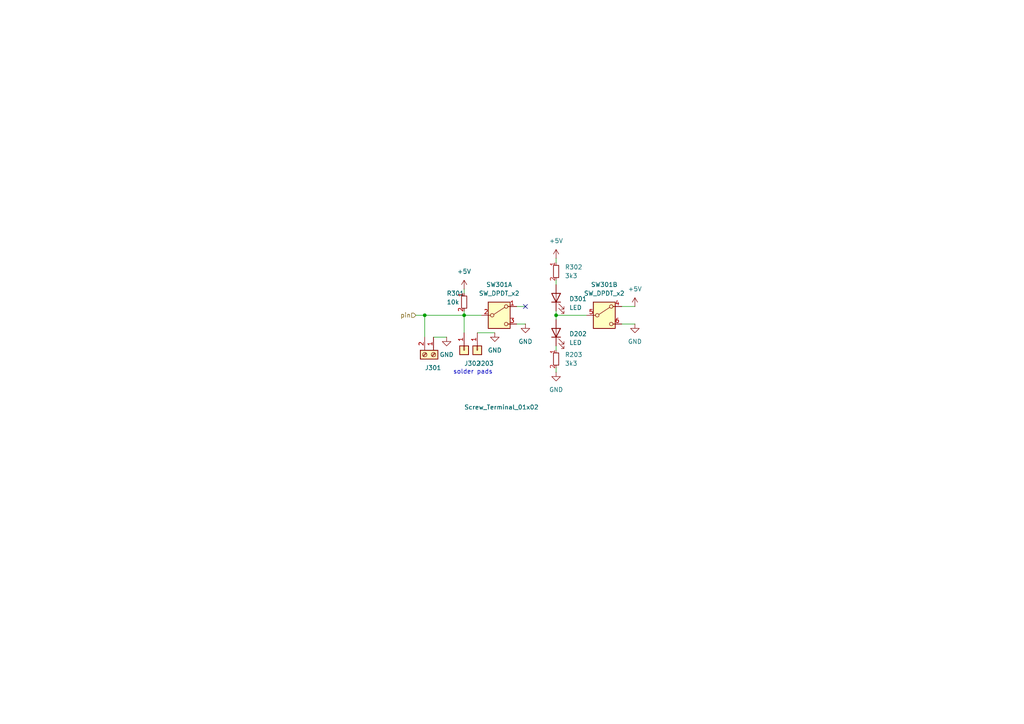
<source format=kicad_sch>
(kicad_sch (version 20231120) (generator "eeschema") (generator_version "8.0")
  (paper "A4")
  (lib_symbols
    (symbol "Connector:Screw_Terminal_01x02" (pin_names (offset 1.016) hide)
      (property "Reference" "J" (at 0 2.54 0))
      (property "Value" "Screw_Terminal_01x02" (at 0 -5.08 0))
      (symbol "Screw_Terminal_01x02_1_1"
        (rectangle (start -1.27 1.27) (end 1.27 -3.81) (stroke (width 0.254)) (fill (type background)))
        (circle (center 0 -2.54) (radius 0.635) (stroke (width 0.1524)))
        (polyline (pts (xy -0.5334 -2.2098) (xy 0.3302 -3.048)) (stroke (width 0.1524)))
        (polyline (pts (xy -0.5334 0.3302) (xy 0.3302 -0.508)) (stroke (width 0.1524)))
        (polyline (pts (xy -0.3556 -2.032) (xy 0.508 -2.8702)) (stroke (width 0.1524)))
        (polyline (pts (xy -0.3556 0.508) (xy 0.508 -0.3302)) (stroke (width 0.1524)))
        (circle (center 0 0) (radius 0.635) (stroke (width 0.1524)))
        (pin passive line (at -5.08 0 0) (length 3.81) (name "Pin_1") (number "1"))
        (pin passive line (at -5.08 -2.54 0) (length 3.81) (name "Pin_2") (number "2"))
      )
    )
    (symbol "Connector_Generic:Conn_01x01" (pin_names (offset 1.016) hide)
      (property "Reference" "J" (at 0 2.54 0))
      (property "Value" "Conn_01x01" (at 0 -2.54 0))
      (symbol "Conn_01x01_1_1"
        (rectangle (start -1.27 0.127) (end 0 -0.127) (stroke (width 0.1524)))
        (rectangle (start -1.27 1.27) (end 1.27 -1.27) (stroke (width 0.254)) (fill (type background)))
        (pin passive line (at -5.08 0 0) (length 3.81) (name "Pin_1") (number "1"))
      )
    )
    (symbol "Device:LED" (pin_numbers hide) (pin_names (offset 1.016) hide)
      (property "Reference" "D" (at 0 2.54 0))
      (property "Value" "LED" (at 0 -2.54 0))
      (symbol "LED_0_1"
        (polyline (pts (xy -1.27 -1.27) (xy -1.27 1.27)) (stroke (width 0.254)))
        (polyline (pts (xy -1.27 0) (xy 1.27 0)))
        (polyline (pts (xy 1.27 -1.27) (xy 1.27 1.27) (xy -1.27 0) (xy 1.27 -1.27)) (stroke (width 0.254)))
        (polyline (pts (xy -3.048 -0.762) (xy -4.572 -2.286) (xy -3.81 -2.286) (xy -4.572 -2.286) (xy -4.572 -1.524)))
        (polyline (pts (xy -1.778 -0.762) (xy -3.302 -2.286) (xy -2.54 -2.286) (xy -3.302 -2.286) (xy -3.302 -1.524)))
      )
      (symbol "LED_1_1"
        (pin passive line (at -3.81 0 0) (length 2.54) (name "K") (number "1"))
        (pin passive line (at 3.81 0 180) (length 2.54) (name "A") (number "2"))
      )
    )
    (symbol "Switch:SW_DPDT_x2" (pin_names (offset 0) hide)
      (property "Reference" "SW" (at 0 5.08 0))
      (property "Value" "SW_DPDT_x2" (at 0 -5.08 0))
      (symbol "SW_DPDT_x2_0_0"
        (circle (center -2.032 0) (radius 0.508))
        (circle (center 2.032 -2.54) (radius 0.508))
      )
      (symbol "SW_DPDT_x2_0_1"
        (rectangle (start -3.175 3.81) (end 3.175 -3.81) (stroke (width 0.254)) (fill (type background)))
        (polyline (pts (xy -1.524 0.254) (xy 1.5748 2.286)))
        (circle (center 2.032 2.54) (radius 0.508))
      )
      (symbol "SW_DPDT_x2_1_1"
        (pin passive line (at 5.08 2.54 180) (length 2.54) (name "A") (number "1"))
        (pin passive line (at -5.08 0 0) (length 2.54) (name "B") (number "2"))
        (pin passive line (at 5.08 -2.54 180) (length 2.54) (name "C") (number "3"))
      )
      (symbol "SW_DPDT_x2_2_1"
        (pin passive line (at 5.08 2.54 180) (length 2.54) (name "A") (number "4"))
        (pin passive line (at -5.08 0 0) (length 2.54) (name "B") (number "5"))
        (pin passive line (at 5.08 -2.54 180) (length 2.54) (name "C") (number "6"))
      )
    )
    (symbol "power:+5V" (power) (pin_numbers hide) (pin_names (offset 0) hide)
      (property "Value" "+5V" (at 0 3.556 0))
      (symbol "+5V_0_1"
        (polyline (pts (xy -0.762 1.27) (xy 0 2.54)))
        (polyline (pts (xy 0 0) (xy 0 2.54)))
        (polyline (pts (xy 0 2.54) (xy 0.762 1.27)))
      )
      (symbol "+5V_1_1"
        (pin power_in line (at 0 0 90) (length 0) (name "~") (number "1"))
      )
    )
    (symbol "power:GND" (power) (pin_numbers hide) (pin_names (offset 0) hide)
      (property "Value" "GND" (at 0 -3.81 0))
      (symbol "GND_0_1"
        (polyline (pts (xy 0 0) (xy 0 -1.27) (xy 1.27 -1.27) (xy 0 -2.54) (xy -1.27 -1.27) (xy 0 -1.27)))
      )
      (symbol "GND_1_1"
        (pin power_in line (at 0 0 270) (length 0) (name "~") (number "1"))
      )
    )
    (symbol "resistors_0603:R_10k_0603"
      (property "Reference" "R" (at 1.27 2.54 0))
      (property "Value" "10k" (at 2.54 -2.54 0))
      (symbol "R_10k_0603_0_1"
        (rectangle (start -0.762 1.778) (end 0.762 -1.778) (stroke (width 0.2032)))
      )
      (symbol "R_10k_0603_1_1"
        (pin passive line (at 0 2.54 270) (length 0.762) (name "~") (number "1"))
        (pin passive line (at 0 -2.54 90) (length 0.762) (name "~") (number "2"))
      )
    )
    (symbol "resistors_0805:R_3k3_0805"
      (property "Reference" "R" (at 1.27 2.54 0))
      (property "Value" "3k3" (at 2.54 -2.54 0))
      (symbol "R_3k3_0805_0_1"
        (rectangle (start -0.762 1.778) (end 0.762 -1.778) (stroke (width 0.2032)))
      )
      (symbol "R_3k3_0805_1_1"
        (pin passive line (at 0 2.54 270) (length 0.762) (name "~") (number "1"))
        (pin passive line (at 0 -2.54 90) (length 0.762) (name "~") (number "2"))
      )
    )
  )
  (junction (at 134.62 91.44))
  (junction (at 161.29 91.44))
  (junction (at 123.19 91.44))
  (no_connect (at 152.4 88.9))
  (wire (pts (xy 134.62 83.82) (xy 134.62 85.09)))
  (wire (pts (xy 161.29 91.44) (xy 161.29 90.17)))
  (wire (pts (xy 123.19 91.44) (xy 123.19 97.79)))
  (wire (pts (xy 161.29 81.28) (xy 161.29 82.55)))
  (wire (pts (xy 134.62 91.44) (xy 139.7 91.44)))
  (wire (pts (xy 149.86 93.98) (xy 152.4 93.98)))
  (wire (pts (xy 161.29 91.44) (xy 170.18 91.44)))
  (wire (pts (xy 120.65 91.44) (xy 123.19 91.44)))
  (wire (pts (xy 161.29 74.93) (xy 161.29 76.2)))
  (wire (pts (xy 161.29 106.68) (xy 161.29 107.95)))
  (wire (pts (xy 161.29 100.33) (xy 161.29 101.6)))
  (wire (pts (xy 180.34 88.9) (xy 184.15 88.9)))
  (wire (pts (xy 134.62 90.17) (xy 134.62 91.44)))
  (wire (pts (xy 180.34 93.98) (xy 184.15 93.98)))
  (wire (pts (xy 161.29 91.44) (xy 161.29 92.71)))
  (wire (pts (xy 138.43 96.52) (xy 143.51 96.52)))
  (wire (pts (xy 125.73 97.79) (xy 129.54 97.79)))
  (wire (pts (xy 123.19 91.44) (xy 134.62 91.44)))
  (wire (pts (xy 134.62 91.44) (xy 134.62 96.52)))
  (wire (pts (xy 149.86 88.9) (xy 152.4 88.9)))
  (text "solder pads" (at 137.16 107.95 0) (effects (font (size 1.27 1.27))))
  (hierarchical_label "pin" (shape input) (at 120.65 91.44 180))
  (symbol (lib_id "power:GND") (at 161.29 107.95 0) (unit 1)
    (property "Reference" "#PWR0205" (effects (hide yes)))
    (property "Value" "GND" (at 161.29 113.03 0))
    (property "Description" "Power symbol creates a global label with name \"GND\" , ground" (effects (hide yes)))
    (instances (project "INPUT_ADD_ON" (path "" (reference "#PWR0205") (unit 1)) (path "" (reference "#PWR0306") (unit 1)) (path "" (reference "#PWR0406") (unit 1)) (path "" (reference "#PWR0506") (unit 1)) (path "" (reference "#PWR0606") (unit 1)) (path "" (reference "#PWR0706") (unit 1)) (path "" (reference "#PWR0806") (unit 1)) (path "" (reference "#PWR0906") (unit 1))))
  )
  (symbol (lib_id "Connector_Generic:Conn_01x01") (at 138.43 101.6 270) (unit 1)
    (property "Reference" "J203" (at 138.43 105.41 90) (effects (justify left)))
    (property "Value" "Conn_01x01" (effects (hide yes)))
    (property "Footprint" "Connector_Wire:SolderWirePad_1x01_SMD_1x2mm" (effects (hide yes)))
    (property "Description" "Generic connector, single row, 01x01, script generated (kicad-library-utils/schlib/autogen/connector/)" (effects (hide yes)))
    (instances (project "INPUT_ADD_ON" (path "" (reference "J203") (unit 1)) (path "" (reference "J303") (unit 1)) (path "" (reference "J403") (unit 1)) (path "" (reference "J503") (unit 1)) (path "" (reference "J603") (unit 1)) (path "" (reference "J703") (unit 1)) (path "" (reference "J803") (unit 1)) (path "" (reference "J903") (unit 1))))
  )
  (symbol (lib_id "power:+5V") (at 161.29 74.93 0) (unit 1)
    (property "Reference" "#PWR0204" (effects (hide yes)))
    (property "Value" "+5V" (at 161.29 69.85 0))
    (property "Description" "Power symbol creates a global label with name \"+5V\"" (effects (hide yes)))
    (instances (project "INPUT_ADD_ON" (path "" (reference "#PWR0204") (unit 1)) (path "" (reference "#PWR0305") (unit 1)) (path "" (reference "#PWR0405") (unit 1)) (path "" (reference "#PWR0505") (unit 1)) (path "" (reference "#PWR0605") (unit 1)) (path "" (reference "#PWR0705") (unit 1)) (path "" (reference "#PWR0805") (unit 1)) (path "" (reference "#PWR0905") (unit 1))))
  )
  (symbol (lib_id "Switch:SW_DPDT_x2") (at 175.26 91.44 0) (unit 2)
    (property "Reference" "SW301" (at 175.26 82.55 0))
    (property "Value" "SW_DPDT_x2" (at 175.26 85.09 0))
    (property "Footprint" "custom_kicad_lib_sk:MTS_DPDT" (effects (hide yes)))
    (property "Description" "Switch, dual pole double throw, separate symbols" (effects (hide yes)))
    (instances (project "INPUT_ADD_ON" (path "" (reference "SW301") (unit 2)) (path "" (reference "SW401") (unit 2)) (path "" (reference "SW501") (unit 2)) (path "" (reference "SW601") (unit 2)) (path "" (reference "SW701") (unit 2)) (path "" (reference "SW801") (unit 2)) (path "" (reference "SW901") (unit 2)) (path "" (reference "SW201") (unit 2))))
  )
  (symbol (lib_id "Connector:Screw_Terminal_01x02") (at 125.73 102.87 270) (unit 1)
    (property "Reference" "J301" (at 123.19 106.68 90) (effects (justify left)))
    (property "Value" "Screw_Terminal_01x02" (at 134.62 118.11 90) (effects (justify left)))
    (property "Footprint" "TerminalBlock:TerminalBlock_Xinya_XY308-2.54-2P_1x02_P2.54mm_Horizontal" (effects (hide yes)))
    (property "Description" "Generic screw terminal, single row, 01x02, script generated (kicad-library-utils/schlib/autogen/connector/)" (effects (hide yes)))
    (instances (project "INPUT_ADD_ON" (path "" (reference "J301") (unit 1)) (path "" (reference "J401") (unit 1)) (path "" (reference "J501") (unit 1)) (path "" (reference "J601") (unit 1)) (path "" (reference "J701") (unit 1)) (path "" (reference "J801") (unit 1)) (path "" (reference "J901") (unit 1)) (path "" (reference "J201") (unit 1))))
  )
  (symbol (lib_id "power:GND") (at 184.15 93.98 0) (unit 1)
    (property "Reference" "#PWR0308" (effects (hide yes)))
    (property "Value" "GND" (at 184.15 99.06 0))
    (property "Description" "Power symbol creates a global label with name \"GND\" , ground" (effects (hide yes)))
    (instances (project "INPUT_ADD_ON" (path "" (reference "#PWR0308") (unit 1)) (path "" (reference "#PWR0408") (unit 1)) (path "" (reference "#PWR0508") (unit 1)) (path "" (reference "#PWR0608") (unit 1)) (path "" (reference "#PWR0708") (unit 1)) (path "" (reference "#PWR0808") (unit 1)) (path "" (reference "#PWR0908") (unit 1)) (path "" (reference "#PWR0109") (unit 1))))
  )
  (symbol (lib_id "power:GND") (at 129.54 97.79 0) (unit 1)
    (property "Reference" "#PWR0208" (effects (hide yes)))
    (property "Value" "GND" (at 129.54 102.87 0))
    (property "Description" "Power symbol creates a global label with name \"GND\" , ground" (effects (hide yes)))
    (instances (project "INPUT_ADD_ON" (path "" (reference "#PWR0208") (unit 1)) (path "" (reference "#PWR0301") (unit 1)) (path "" (reference "#PWR0401") (unit 1)) (path "" (reference "#PWR0501") (unit 1)) (path "" (reference "#PWR0601") (unit 1)) (path "" (reference "#PWR0701") (unit 1)) (path "" (reference "#PWR0801") (unit 1)) (path "" (reference "#PWR0901") (unit 1))))
  )
  (symbol (lib_id "Connector_Generic:Conn_01x01") (at 134.62 101.6 270) (unit 1)
    (property "Reference" "J302" (at 134.62 105.41 90) (effects (justify left)))
    (property "Value" "Conn_01x01" (effects (hide yes)))
    (property "Footprint" "Connector_Wire:SolderWirePad_1x01_SMD_1x2mm" (effects (hide yes)))
    (property "Description" "Generic connector, single row, 01x01, script generated (kicad-library-utils/schlib/autogen/connector/)" (effects (hide yes)))
    (instances (project "INPUT_ADD_ON" (path "" (reference "J302") (unit 1)) (path "" (reference "J402") (unit 1)) (path "" (reference "J502") (unit 1)) (path "" (reference "J602") (unit 1)) (path "" (reference "J702") (unit 1)) (path "" (reference "J802") (unit 1)) (path "" (reference "J902") (unit 1)) (path "" (reference "J202") (unit 1))))
  )
  (symbol (lib_id "Device:LED") (at 161.29 86.36 90) (unit 1)
    (property "Reference" "D301" (at 165.1 86.6774 90) (effects (justify right)))
    (property "Value" "LED" (at 165.1 89.2174 90) (effects (justify right)))
    (property "Footprint" "LED_THT:LED_D3.0mm" (effects (hide yes)))
    (property "Description" "Light emitting diode" (effects (hide yes)))
    (instances (project "INPUT_ADD_ON" (path "" (reference "D301") (unit 1)) (path "" (reference "D401") (unit 1)) (path "" (reference "D501") (unit 1)) (path "" (reference "D601") (unit 1)) (path "" (reference "D701") (unit 1)) (path "" (reference "D801") (unit 1)) (path "" (reference "D901") (unit 1)) (path "" (reference "D201") (unit 1))))
  )
  (symbol (lib_id "resistors_0603:R_10k_0603") (at 134.62 87.63 0) (unit 1)
    (property "Reference" "R301" (at 129.54 85.09 0) (effects (justify left)))
    (property "Value" "10k" (at 129.54 87.63 0) (effects (justify left)))
    (property "Footprint" "custom_kicad_lib_sk:R_0603_smalltext" (effects (hide yes)))
    (property "JLCPCB Part#" "C25804" (effects (hide yes)))
    (instances (project "INPUT_ADD_ON" (path "" (reference "R301") (unit 1)) (path "" (reference "R401") (unit 1)) (path "" (reference "R501") (unit 1)) (path "" (reference "R601") (unit 1)) (path "" (reference "R701") (unit 1)) (path "" (reference "R801") (unit 1)) (path "" (reference "R901") (unit 1)) (path "" (reference "R201") (unit 1))))
  )
  (symbol (lib_id "power:GND") (at 143.51 96.52 0) (unit 1)
    (property "Reference" "#PWR0207" (effects (hide yes)))
    (property "Value" "GND" (at 143.51 101.6 0))
    (property "Description" "Power symbol creates a global label with name \"GND\" , ground" (effects (hide yes)))
    (instances (project "INPUT_ADD_ON" (path "" (reference "#PWR0207") (unit 1)) (path "" (reference "#PWR0303") (unit 1)) (path "" (reference "#PWR0403") (unit 1)) (path "" (reference "#PWR0503") (unit 1)) (path "" (reference "#PWR0603") (unit 1)) (path "" (reference "#PWR0703") (unit 1)) (path "" (reference "#PWR0803") (unit 1)) (path "" (reference "#PWR0903") (unit 1))))
  )
  (symbol (lib_id "power:+5V") (at 184.15 88.9 0) (unit 1)
    (property "Reference" "#PWR0307" (effects (hide yes)))
    (property "Value" "+5V" (at 184.15 83.82 0))
    (property "Description" "Power symbol creates a global label with name \"+5V\"" (effects (hide yes)))
    (instances (project "INPUT_ADD_ON" (path "" (reference "#PWR0307") (unit 1)) (path "" (reference "#PWR0407") (unit 1)) (path "" (reference "#PWR0507") (unit 1)) (path "" (reference "#PWR0607") (unit 1)) (path "" (reference "#PWR0707") (unit 1)) (path "" (reference "#PWR0807") (unit 1)) (path "" (reference "#PWR0907") (unit 1)) (path "" (reference "#PWR0110") (unit 1))))
  )
  (symbol (lib_id "power:+5V") (at 134.62 83.82 0) (unit 1)
    (property "Reference" "#PWR0302" (effects (hide yes)))
    (property "Value" "+5V" (at 134.62 78.74 0))
    (property "Description" "Power symbol creates a global label with name \"+5V\"" (effects (hide yes)))
    (instances (project "INPUT_ADD_ON" (path "" (reference "#PWR0302") (unit 1)) (path "" (reference "#PWR0402") (unit 1)) (path "" (reference "#PWR0502") (unit 1)) (path "" (reference "#PWR0602") (unit 1)) (path "" (reference "#PWR0702") (unit 1)) (path "" (reference "#PWR0802") (unit 1)) (path "" (reference "#PWR0902") (unit 1)) (path "" (reference "#PWR0111") (unit 1))))
  )
  (symbol (lib_id "Device:LED") (at 161.29 96.52 90) (unit 1)
    (property "Reference" "D202" (at 165.1 96.8374 90) (effects (justify right)))
    (property "Value" "LED" (at 165.1 99.3774 90) (effects (justify right)))
    (property "Footprint" "LED_THT:LED_D3.0mm" (effects (hide yes)))
    (property "Description" "Light emitting diode" (effects (hide yes)))
    (instances (project "INPUT_ADD_ON" (path "" (reference "D202") (unit 1)) (path "" (reference "D302") (unit 1)) (path "" (reference "D402") (unit 1)) (path "" (reference "D502") (unit 1)) (path "" (reference "D602") (unit 1)) (path "" (reference "D702") (unit 1)) (path "" (reference "D802") (unit 1)) (path "" (reference "D902") (unit 1))))
  )
  (symbol (lib_id "resistors_0805:R_3k3_0805") (at 161.29 78.74 0) (unit 1)
    (property "Reference" "R302" (at 163.83 77.4699 0) (effects (justify left)))
    (property "Value" "3k3" (at 163.83 80.0099 0) (effects (justify left)))
    (property "Footprint" "custom_kicad_lib_sk:R_0805_handsolder-smalltext" (effects (hide yes)))
    (property "JLCPCB Part#" "C26010" (effects (hide yes)))
    (instances (project "INPUT_ADD_ON" (path "" (reference "R302") (unit 1)) (path "" (reference "R402") (unit 1)) (path "" (reference "R502") (unit 1)) (path "" (reference "R602") (unit 1)) (path "" (reference "R702") (unit 1)) (path "" (reference "R802") (unit 1)) (path "" (reference "R902") (unit 1)) (path "" (reference "R202") (unit 1))))
  )
  (symbol (lib_id "power:GND") (at 152.4 93.98 0) (unit 1)
    (property "Reference" "#PWR0206" (effects (hide yes)))
    (property "Value" "GND" (at 152.4 99.06 0))
    (property "Description" "Power symbol creates a global label with name \"GND\" , ground" (effects (hide yes)))
    (instances (project "INPUT_ADD_ON" (path "" (reference "#PWR0206") (unit 1)) (path "" (reference "#PWR0304") (unit 1)) (path "" (reference "#PWR0404") (unit 1)) (path "" (reference "#PWR0504") (unit 1)) (path "" (reference "#PWR0604") (unit 1)) (path "" (reference "#PWR0704") (unit 1)) (path "" (reference "#PWR0804") (unit 1)) (path "" (reference "#PWR0904") (unit 1))))
  )
  (symbol (lib_id "Switch:SW_DPDT_x2") (at 144.78 91.44 0) (unit 1)
    (property "Reference" "SW301" (at 144.78 82.55 0))
    (property "Value" "SW_DPDT_x2" (at 144.78 85.09 0))
    (property "Footprint" "custom_kicad_lib_sk:MTS_DPDT" (effects (hide yes)))
    (property "Description" "Switch, dual pole double throw, separate symbols" (effects (hide yes)))
    (instances (project "INPUT_ADD_ON" (path "" (reference "SW301") (unit 1)) (path "" (reference "SW401") (unit 1)) (path "" (reference "SW501") (unit 1)) (path "" (reference "SW601") (unit 1)) (path "" (reference "SW701") (unit 1)) (path "" (reference "SW801") (unit 1)) (path "" (reference "SW901") (unit 1)) (path "" (reference "SW201") (unit 1))))
  )
  (symbol (lib_id "resistors_0805:R_3k3_0805") (at 161.29 104.14 0) (unit 1)
    (property "Reference" "R203" (at 163.83 102.8699 0) (effects (justify left)))
    (property "Value" "3k3" (at 163.83 105.4099 0) (effects (justify left)))
    (property "Footprint" "custom_kicad_lib_sk:R_0805_handsolder-smalltext" (effects (hide yes)))
    (property "JLCPCB Part#" "C26010" (effects (hide yes)))
    (instances (project "INPUT_ADD_ON" (path "" (reference "R203") (unit 1)) (path "" (reference "R303") (unit 1)) (path "" (reference "R403") (unit 1)) (path "" (reference "R503") (unit 1)) (path "" (reference "R603") (unit 1)) (path "" (reference "R703") (unit 1)) (path "" (reference "R803") (unit 1)) (path "" (reference "R903") (unit 1))))
  )
)
</source>
